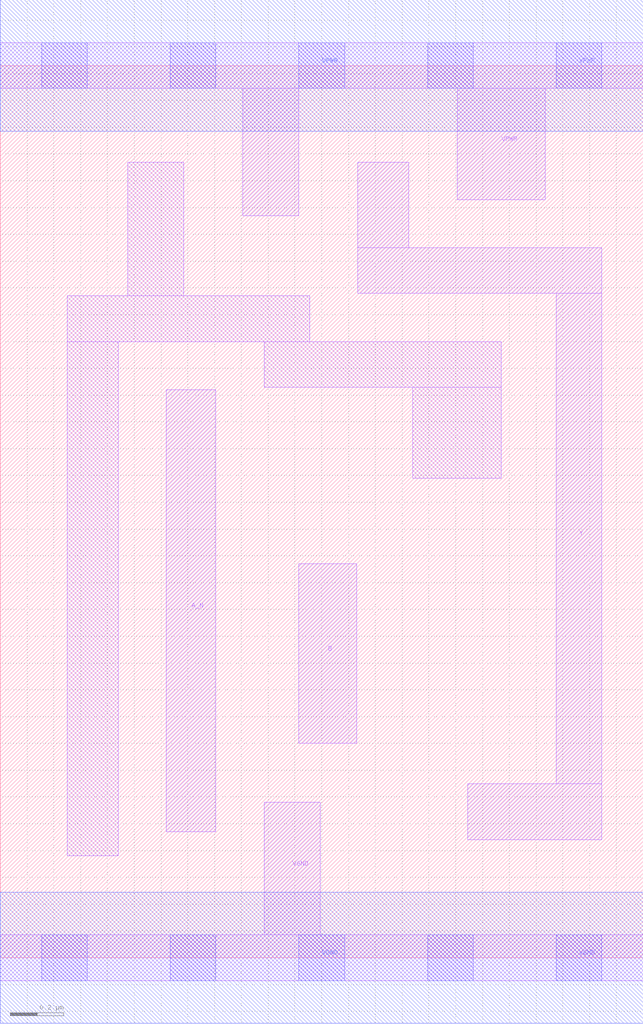
<source format=lef>
# Copyright 2020 The SkyWater PDK Authors
#
# Licensed under the Apache License, Version 2.0 (the "License");
# you may not use this file except in compliance with the License.
# You may obtain a copy of the License at
#
#     https://www.apache.org/licenses/LICENSE-2.0
#
# Unless required by applicable law or agreed to in writing, software
# distributed under the License is distributed on an "AS IS" BASIS,
# WITHOUT WARRANTIES OR CONDITIONS OF ANY KIND, either express or implied.
# See the License for the specific language governing permissions and
# limitations under the License.
#
# SPDX-License-Identifier: Apache-2.0

VERSION 5.7 ;
  NAMESCASESENSITIVE ON ;
  NOWIREEXTENSIONATPIN ON ;
  DIVIDERCHAR "/" ;
  BUSBITCHARS "[]" ;
UNITS
  DATABASE MICRONS 200 ;
END UNITS
MACRO sky130_fd_sc_lp__nand2b_m
  CLASS CORE ;
  SOURCE USER ;
  FOREIGN sky130_fd_sc_lp__nand2b_m ;
  ORIGIN  0.000000  0.000000 ;
  SIZE  2.400000 BY  3.330000 ;
  SYMMETRY X Y R90 ;
  SITE unit ;
  PIN A_N
    ANTENNAGATEAREA  0.126000 ;
    DIRECTION INPUT ;
    USE SIGNAL ;
    PORT
      LAYER li1 ;
        RECT 0.620000 0.470000 0.805000 2.120000 ;
    END
  END A_N
  PIN B
    ANTENNAGATEAREA  0.126000 ;
    DIRECTION INPUT ;
    USE SIGNAL ;
    PORT
      LAYER li1 ;
        RECT 1.115000 0.800000 1.330000 1.470000 ;
    END
  END B
  PIN Y
    ANTENNADIFFAREA  0.228900 ;
    DIRECTION OUTPUT ;
    USE SIGNAL ;
    PORT
      LAYER li1 ;
        RECT 1.335000 2.480000 2.245000 2.650000 ;
        RECT 1.335000 2.650000 1.525000 2.970000 ;
        RECT 1.745000 0.440000 2.245000 0.650000 ;
        RECT 2.075000 0.650000 2.245000 2.480000 ;
    END
  END Y
  PIN VGND
    DIRECTION INOUT ;
    USE GROUND ;
    PORT
      LAYER li1 ;
        RECT 0.000000 -0.085000 2.400000 0.085000 ;
        RECT 0.985000  0.085000 1.195000 0.580000 ;
      LAYER mcon ;
        RECT 0.155000 -0.085000 0.325000 0.085000 ;
        RECT 0.635000 -0.085000 0.805000 0.085000 ;
        RECT 1.115000 -0.085000 1.285000 0.085000 ;
        RECT 1.595000 -0.085000 1.765000 0.085000 ;
        RECT 2.075000 -0.085000 2.245000 0.085000 ;
      LAYER met1 ;
        RECT 0.000000 -0.245000 2.400000 0.245000 ;
    END
  END VGND
  PIN VPWR
    DIRECTION INOUT ;
    USE POWER ;
    PORT
      LAYER li1 ;
        RECT 0.000000 3.245000 2.400000 3.415000 ;
        RECT 0.905000 2.770000 1.115000 3.245000 ;
        RECT 1.705000 2.830000 2.035000 3.245000 ;
      LAYER mcon ;
        RECT 0.155000 3.245000 0.325000 3.415000 ;
        RECT 0.635000 3.245000 0.805000 3.415000 ;
        RECT 1.115000 3.245000 1.285000 3.415000 ;
        RECT 1.595000 3.245000 1.765000 3.415000 ;
        RECT 2.075000 3.245000 2.245000 3.415000 ;
      LAYER met1 ;
        RECT 0.000000 3.085000 2.400000 3.575000 ;
    END
  END VPWR
  OBS
    LAYER li1 ;
      RECT 0.250000 0.380000 0.440000 2.300000 ;
      RECT 0.250000 2.300000 1.155000 2.470000 ;
      RECT 0.475000 2.470000 0.685000 2.970000 ;
      RECT 0.985000 2.130000 1.870000 2.300000 ;
      RECT 1.540000 1.790000 1.870000 2.130000 ;
  END
END sky130_fd_sc_lp__nand2b_m

</source>
